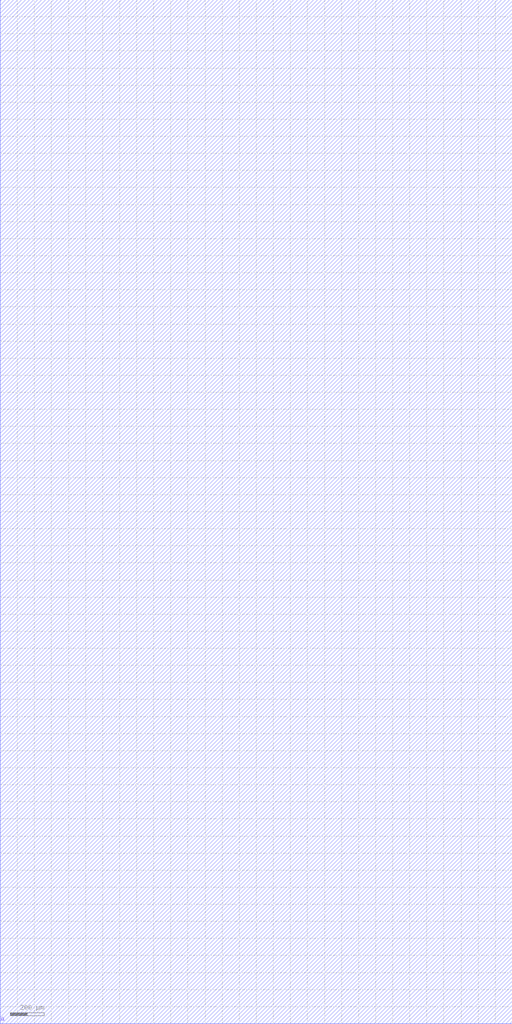
<source format=lef>
VERSION 5.7 ;
BUSBITCHARS "[]" ;
DIVIDERCHAR "/" ;

UNITS
  DATABASE MICRONS 2000 ;
END UNITS

MANUFACTURINGGRID 0.0025 ;

LAYER poly
  TYPE MASTERSLICE ;
END poly

LAYER contact
  TYPE CUT ;
  SPACING 0.075 ;
  PROPERTY contactResistance 10.5 ;
END contact

LAYER metal1
  TYPE ROUTING ;
  DIRECTION HORIZONTAL ;
  PITCH 0.19 ;
  WIDTH 0.065 ;
  SPACING 0.065 ;
  RESISTANCE RPERSQ 0.38 ;
END metal1

SITE CoreSite
  CLASS CORE ;
  SIZE 0.38 BY 1.71 ;
END CoreSite

MACRO dummy
    CLASS CORE ;
    FOREIGN dummy 0.000 0.000 ;
    ORIGIN 0.000 0.000 ;
    SIZE 15.00 BY 3.00 ;
    SYMMETRY X Y ;
    SITE CoreSite ;
    PIN o
        DIRECTION OUTPUT ;
        PORT
        LAYER metal1 ;
        RECT 0.695 0.150 0.825 1.255 ;
        RECT 0.625 0.150 0.885 0.28 ;
        END
    END o
    PIN a
        DIRECTION INPUT ;
        PORT
        LAYER metal1 ;
        RECT 0.315 0.340 0.51 0.405 ;
        END
    END a
END dummy

MACRO typeA
    CLASS CORE ;
    FOREIGN typeA 0.000 0.000 ;
    ORIGIN 0.000 0.000 ;
    SIZE 3000.00 BY 3000.00 ;
    SYMMETRY X Y ;
    SITE CoreSite ;
    PIN o
        DIRECTION OUTPUT ;
        PORT
        LAYER metal1 ;
        RECT 0.695 0.150 0.825 1.255 ;
        RECT 0.625 0.150 0.885 0.28 ;
        END
    END o
    PIN a
        DIRECTION INPUT ;
        PORT
        LAYER metal1 ;
        RECT 0.315 0.340 0.51 0.405 ;
        END
    END a
END typeA

MACRO typeB
    CLASS CORE ;
    FOREIGN typeB 0.000 0.000 ;
    ORIGIN 0.000 0.000 ;
    SIZE 3000.00 BY 6000.00 ;
    SYMMETRY X Y ;
    SITE CoreSite ;
    PIN o
        DIRECTION OUTPUT ;
        PORT
        LAYER metal1 ;
        RECT 0.695 0.150 0.825 1.255 ;
        RECT 0.625 0.150 0.885 0.28 ;
        END
    END o
    PIN a
        DIRECTION INPUT ;
        PORT
        LAYER metal1 ;
        RECT 0.315 0.340 0.51 0.405 ;
        END
    END a
END typeB


MACRO na02f80
    CLASS CORE ;
    FOREIGN na02f80 0.000 0.000 ;
    ORIGIN 0.000 0.000 ;
    SIZE 30.400 BY 1.71 ;
    SYMMETRY X Y ;
    SITE CoreSite ;
    PIN o
        DIRECTION OUTPUT ;
        PORT
        LAYER metal1 ;
        RECT 12.000 0.110 14.6 1.215 ;
        RECT 11.400 0.725 16.795 1.245 ;
        RECT 12.000 0.110 24.025 0.175 ;
        RECT 21.400 0.110 24.0 0.5 ;
        END
    END o
    PIN a
        DIRECTION INPUT ;
        PORT
        LAYER metal1 ;
        RECT 1.800 0.535 9.405 0.665 ;
        END
    END a
    PIN b
        DIRECTION INPUT ;
        PORT
        LAYER metal1 ;
        RECT 17.200 0.540 24.09 0.67 ;
        END
    END b
END na02f80

</source>
